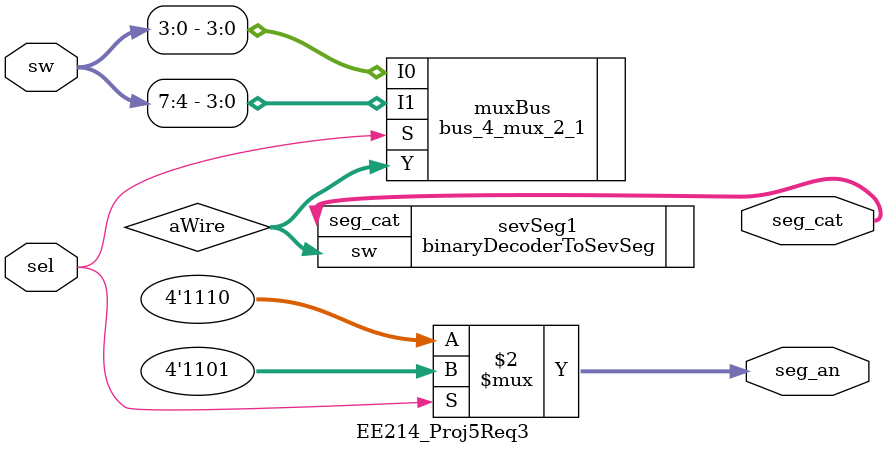
<source format=v>
`timescale 1ns / 1ps

module EE214_Proj5Req3(
    input [7:0] sw,
    input sel, // btn[0]
    output [7:0] seg_cat, // SSD cathodes
    output [3:0] seg_an // SSD anodes
    );
    
wire [3:0] aWire; // A wire between mux and decoder

assign seg_an = (sel == 0) ? (4'b1110) : (4'b1101);

bus_4_mux_2_1 muxBus ( // 4 bit bus 2:1 mux
    .I0(sw[3:0]),
    .I1(sw[7:4]),
    .S(sel),
    .Y(aWire) // mux output 
);
binaryDecoderToSevSeg sevSeg1 ( // seven segment display binary decoder for 0-f
    .sw(aWire),
    .seg_cat(seg_cat)
);
endmodule

</source>
